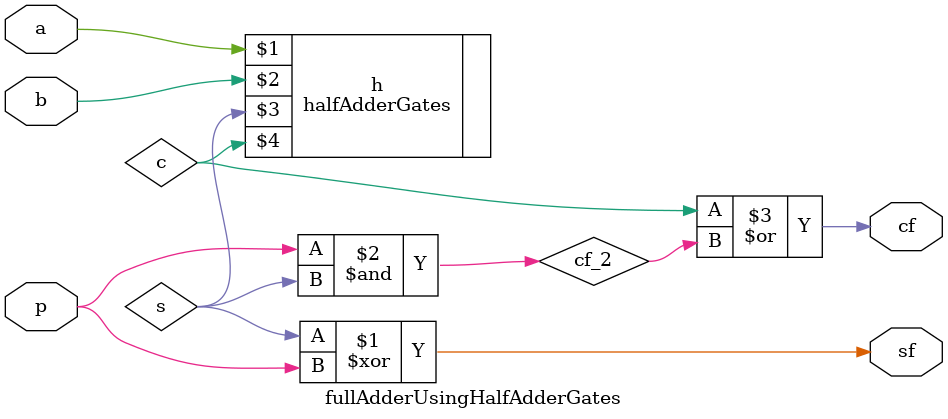
<source format=v>
module fullAdderUsingHalfAdderGates(a, b, p, sf, cf);
  input a, b, p;
  output sf, cf;
  
  wire a, b, p;
  wire sf, cf;
  
  wire s, c;
  halfAdderGates h(a, b, s, c);
  
  xor (sf, s, p);
  
  wire cf_2;
  and (cf_2, p, s);
  or (cf, c, cf_2);
endmodule

</source>
